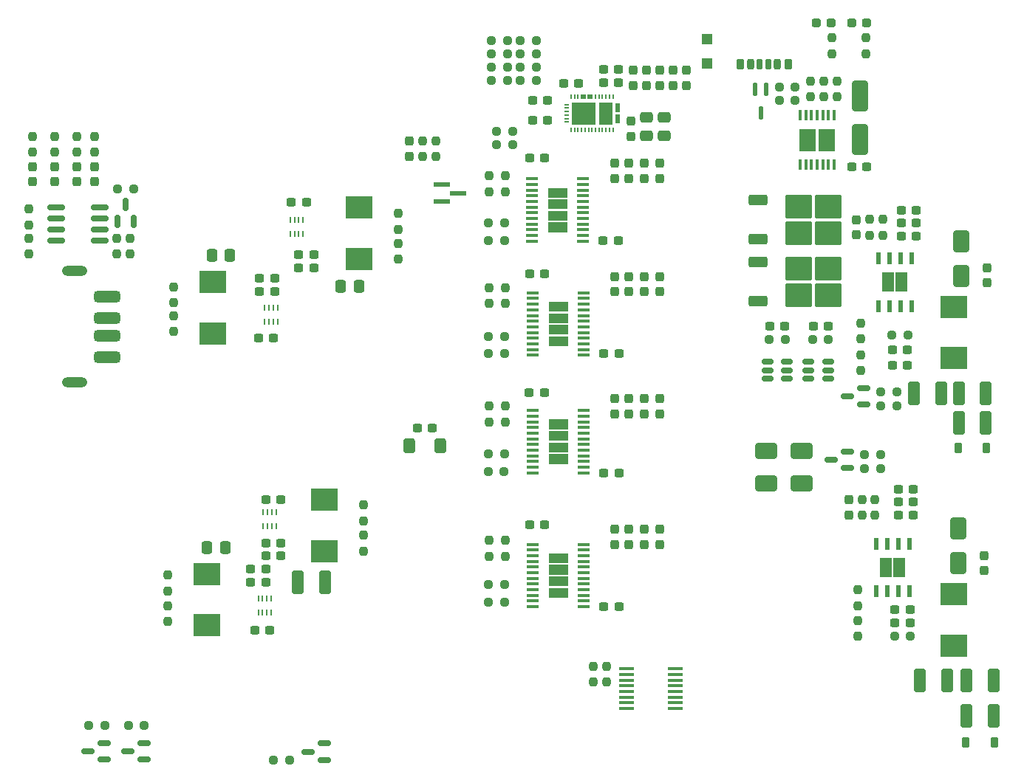
<source format=gtp>
G04 #@! TF.GenerationSoftware,KiCad,Pcbnew,8.0.5*
G04 #@! TF.CreationDate,2024-10-28T15:03:54+01:00*
G04 #@! TF.ProjectId,Aurelia-robotics-PCB,41757265-6c69-4612-9d72-6f626f746963,rev?*
G04 #@! TF.SameCoordinates,Original*
G04 #@! TF.FileFunction,Paste,Top*
G04 #@! TF.FilePolarity,Positive*
%FSLAX46Y46*%
G04 Gerber Fmt 4.6, Leading zero omitted, Abs format (unit mm)*
G04 Created by KiCad (PCBNEW 8.0.5) date 2024-10-28 15:03:54*
%MOMM*%
%LPD*%
G01*
G04 APERTURE LIST*
G04 Aperture macros list*
%AMRoundRect*
0 Rectangle with rounded corners*
0 $1 Rounding radius*
0 $2 $3 $4 $5 $6 $7 $8 $9 X,Y pos of 4 corners*
0 Add a 4 corners polygon primitive as box body*
4,1,4,$2,$3,$4,$5,$6,$7,$8,$9,$2,$3,0*
0 Add four circle primitives for the rounded corners*
1,1,$1+$1,$2,$3*
1,1,$1+$1,$4,$5*
1,1,$1+$1,$6,$7*
1,1,$1+$1,$8,$9*
0 Add four rect primitives between the rounded corners*
20,1,$1+$1,$2,$3,$4,$5,0*
20,1,$1+$1,$4,$5,$6,$7,0*
20,1,$1+$1,$6,$7,$8,$9,0*
20,1,$1+$1,$8,$9,$2,$3,0*%
%AMFreePoly0*
4,1,5,0.279400,-0.901601,-0.279400,-0.901601,-0.279400,0.101600,0.279400,0.101600,0.279400,-0.901601,0.279400,-0.901601,$1*%
%AMFreePoly1*
4,1,5,0.279400,-0.101600,-0.279400,-0.101600,-0.279400,0.901601,0.279400,0.901601,0.279400,-0.101600,0.279400,-0.101600,$1*%
%AMFreePoly2*
4,1,5,0.279400,-0.101600,-0.279400,-0.101600,-0.279400,0.501599,0.279400,0.501599,0.279400,-0.101600,0.279400,-0.101600,$1*%
G04 Aperture macros list end*
%ADD10C,0.000000*%
%ADD11RoundRect,0.237500X0.237500X-0.250000X0.237500X0.250000X-0.237500X0.250000X-0.237500X-0.250000X0*%
%ADD12RoundRect,0.225000X-0.225000X-0.375000X0.225000X-0.375000X0.225000X0.375000X-0.225000X0.375000X0*%
%ADD13R,0.228600X0.711200*%
%ADD14RoundRect,0.237500X-0.237500X0.250000X-0.237500X-0.250000X0.237500X-0.250000X0.237500X0.250000X0*%
%ADD15RoundRect,0.237500X0.250000X0.237500X-0.250000X0.237500X-0.250000X-0.237500X0.250000X-0.237500X0*%
%ADD16RoundRect,0.237500X0.300000X0.237500X-0.300000X0.237500X-0.300000X-0.237500X0.300000X-0.237500X0*%
%ADD17RoundRect,0.237500X-0.250000X-0.237500X0.250000X-0.237500X0.250000X0.237500X-0.250000X0.237500X0*%
%ADD18RoundRect,0.237500X-0.300000X-0.237500X0.300000X-0.237500X0.300000X0.237500X-0.300000X0.237500X0*%
%ADD19RoundRect,0.237500X0.237500X-0.300000X0.237500X0.300000X-0.237500X0.300000X-0.237500X-0.300000X0*%
%ADD20RoundRect,0.237500X0.237500X-0.287500X0.237500X0.287500X-0.237500X0.287500X-0.237500X-0.287500X0*%
%ADD21R,0.533400X1.460500*%
%ADD22RoundRect,0.250000X1.000000X0.650000X-1.000000X0.650000X-1.000000X-0.650000X1.000000X-0.650000X0*%
%ADD23RoundRect,0.250000X0.650000X-1.000000X0.650000X1.000000X-0.650000X1.000000X-0.650000X-1.000000X0*%
%ADD24RoundRect,0.237500X-0.237500X0.300000X-0.237500X-0.300000X0.237500X-0.300000X0.237500X0.300000X0*%
%ADD25RoundRect,0.150000X-0.512500X-0.150000X0.512500X-0.150000X0.512500X0.150000X-0.512500X0.150000X0*%
%ADD26RoundRect,0.150000X0.587500X0.150000X-0.587500X0.150000X-0.587500X-0.150000X0.587500X-0.150000X0*%
%ADD27RoundRect,0.175000X0.175000X0.425000X-0.175000X0.425000X-0.175000X-0.425000X0.175000X-0.425000X0*%
%ADD28RoundRect,0.200000X0.200000X0.400000X-0.200000X0.400000X-0.200000X-0.400000X0.200000X-0.400000X0*%
%ADD29RoundRect,0.225000X0.225000X0.375000X-0.225000X0.375000X-0.225000X-0.375000X0.225000X-0.375000X0*%
%ADD30RoundRect,0.250000X-0.400000X-0.600000X0.400000X-0.600000X0.400000X0.600000X-0.400000X0.600000X0*%
%ADD31RoundRect,0.150000X0.150000X-0.587500X0.150000X0.587500X-0.150000X0.587500X-0.150000X-0.587500X0*%
%ADD32RoundRect,0.250000X0.337500X0.475000X-0.337500X0.475000X-0.337500X-0.475000X0.337500X-0.475000X0*%
%ADD33RoundRect,0.250000X-0.412500X-1.100000X0.412500X-1.100000X0.412500X1.100000X-0.412500X1.100000X0*%
%ADD34R,1.676400X0.355600*%
%ADD35RoundRect,0.250000X0.475000X-0.337500X0.475000X0.337500X-0.475000X0.337500X-0.475000X-0.337500X0*%
%ADD36R,3.050000X2.550000*%
%ADD37RoundRect,0.237500X-0.287500X-0.237500X0.287500X-0.237500X0.287500X0.237500X-0.287500X0.237500X0*%
%ADD38RoundRect,0.250000X-0.850000X-0.350000X0.850000X-0.350000X0.850000X0.350000X-0.850000X0.350000X0*%
%ADD39RoundRect,0.250000X-1.275000X-1.125000X1.275000X-1.125000X1.275000X1.125000X-1.275000X1.125000X0*%
%ADD40RoundRect,0.237500X0.287500X0.237500X-0.287500X0.237500X-0.287500X-0.237500X0.287500X-0.237500X0*%
%ADD41R,1.873900X0.612132*%
%ADD42O,2.900000X1.200000*%
%ADD43RoundRect,0.325000X-1.175000X0.325000X-1.175000X-0.325000X1.175000X-0.325000X1.175000X0.325000X0*%
%ADD44RoundRect,0.250000X0.412500X1.100000X-0.412500X1.100000X-0.412500X-1.100000X0.412500X-1.100000X0*%
%ADD45RoundRect,0.150000X-0.825000X-0.150000X0.825000X-0.150000X0.825000X0.150000X-0.825000X0.150000X0*%
%ADD46R,1.200000X1.200000*%
%ADD47R,0.558800X0.203200*%
%ADD48R,0.203200X0.558800*%
%ADD49R,0.127000X0.127000*%
%ADD50FreePoly0,0.000000*%
%ADD51FreePoly1,0.000000*%
%ADD52FreePoly2,90.000000*%
%ADD53R,2.717800X2.641600*%
%ADD54R,1.524000X2.641600*%
%ADD55R,1.850000X2.650000*%
%ADD56R,0.450000X1.310000*%
%ADD57RoundRect,0.112500X0.112500X0.637500X-0.112500X0.637500X-0.112500X-0.637500X0.112500X-0.637500X0*%
%ADD58R,1.473200X0.355600*%
%ADD59RoundRect,0.250000X0.650000X-1.500000X0.650000X1.500000X-0.650000X1.500000X-0.650000X-1.500000X0*%
%ADD60RoundRect,0.250000X-0.337500X-0.475000X0.337500X-0.475000X0.337500X0.475000X-0.337500X0.475000X0*%
G04 APERTURE END LIST*
D10*
G36*
X172382500Y-58575850D02*
G01*
X171032500Y-58575850D01*
X171032500Y-56375850D01*
X172382500Y-56375850D01*
X172382500Y-58575850D01*
G37*
G36*
X173932500Y-58575850D02*
G01*
X172582500Y-58575850D01*
X172582500Y-56375850D01*
X173932500Y-56375850D01*
X173932500Y-58575850D01*
G37*
G36*
X172115000Y-91300000D02*
G01*
X170765000Y-91300000D01*
X170765000Y-89100000D01*
X172115000Y-89100000D01*
X172115000Y-91300000D01*
G37*
G36*
X173665000Y-91300000D02*
G01*
X172315000Y-91300000D01*
X172315000Y-89100000D01*
X173665000Y-89100000D01*
X173665000Y-91300000D01*
G37*
G36*
X135027500Y-89704198D02*
G01*
X132814500Y-89704198D01*
X132814500Y-88583398D01*
X135027500Y-88583398D01*
X135027500Y-89704198D01*
G37*
G36*
X135027500Y-91024998D02*
G01*
X132814500Y-91024998D01*
X132814500Y-89904198D01*
X135027500Y-89904198D01*
X135027500Y-91024998D01*
G37*
G36*
X135027500Y-92345798D02*
G01*
X132814500Y-92345798D01*
X132814500Y-91224998D01*
X135027500Y-91224998D01*
X135027500Y-92345798D01*
G37*
G36*
X135027500Y-93666598D02*
G01*
X132814500Y-93666598D01*
X132814500Y-92545798D01*
X135027500Y-92545798D01*
X135027500Y-93666598D01*
G37*
G36*
X135027500Y-60854202D02*
G01*
X132814500Y-60854202D01*
X132814500Y-59733402D01*
X135027500Y-59733402D01*
X135027500Y-60854202D01*
G37*
G36*
X135027500Y-62175002D02*
G01*
X132814500Y-62175002D01*
X132814500Y-61054202D01*
X135027500Y-61054202D01*
X135027500Y-62175002D01*
G37*
G36*
X135027500Y-63495802D02*
G01*
X132814500Y-63495802D01*
X132814500Y-62375002D01*
X135027500Y-62375002D01*
X135027500Y-63495802D01*
G37*
G36*
X135027500Y-64816602D02*
G01*
X132814500Y-64816602D01*
X132814500Y-63695802D01*
X135027500Y-63695802D01*
X135027500Y-64816602D01*
G37*
G36*
X134948500Y-47779200D02*
G01*
X132735500Y-47779200D01*
X132735500Y-46658400D01*
X134948500Y-46658400D01*
X134948500Y-47779200D01*
G37*
G36*
X134948500Y-49100000D02*
G01*
X132735500Y-49100000D01*
X132735500Y-47979200D01*
X134948500Y-47979200D01*
X134948500Y-49100000D01*
G37*
G36*
X134948500Y-50420800D02*
G01*
X132735500Y-50420800D01*
X132735500Y-49300000D01*
X134948500Y-49300000D01*
X134948500Y-50420800D01*
G37*
G36*
X134948500Y-51741600D02*
G01*
X132735500Y-51741600D01*
X132735500Y-50620800D01*
X134948500Y-50620800D01*
X134948500Y-51741600D01*
G37*
G36*
X135027500Y-74354199D02*
G01*
X132814500Y-74354199D01*
X132814500Y-73233399D01*
X135027500Y-73233399D01*
X135027500Y-74354199D01*
G37*
G36*
X135027500Y-75674999D02*
G01*
X132814500Y-75674999D01*
X132814500Y-74554199D01*
X135027500Y-74554199D01*
X135027500Y-75674999D01*
G37*
G36*
X135027500Y-76995799D02*
G01*
X132814500Y-76995799D01*
X132814500Y-75874999D01*
X135027500Y-75874999D01*
X135027500Y-76995799D01*
G37*
G36*
X135027500Y-78316599D02*
G01*
X132814500Y-78316599D01*
X132814500Y-77195799D01*
X135027500Y-77195799D01*
X135027500Y-78316599D01*
G37*
D11*
X165862000Y-36218500D03*
X165862000Y-34393500D03*
D12*
X180595000Y-110236000D03*
X183895000Y-110236000D03*
D13*
X101777800Y-60401200D03*
X101277674Y-60401200D03*
X100777548Y-60401200D03*
X100277422Y-60401200D03*
X100277422Y-62001400D03*
X100777548Y-62001400D03*
X101277674Y-62001400D03*
X101777800Y-62001400D03*
D14*
X83312000Y-52427500D03*
X83312000Y-54252500D03*
D11*
X169188000Y-31265500D03*
X169188000Y-29440500D03*
D15*
X127754500Y-52700000D03*
X125929500Y-52700000D03*
D16*
X132362500Y-43200000D03*
X130637500Y-43200000D03*
D17*
X126849500Y-41656000D03*
X128674500Y-41656000D03*
D18*
X172852500Y-82700000D03*
X174577500Y-82700000D03*
D14*
X126000000Y-71687500D03*
X126000000Y-73512500D03*
D18*
X103317626Y-48331000D03*
X105042626Y-48331000D03*
D19*
X168077500Y-52062500D03*
X168077500Y-50337500D03*
X143750000Y-58562500D03*
X143750000Y-56837500D03*
D17*
X172440000Y-98114000D03*
X174265000Y-98114000D03*
X126247500Y-32766000D03*
X128072500Y-32766000D03*
D20*
X78740000Y-45946000D03*
X78740000Y-44196000D03*
D21*
X174387500Y-54751700D03*
X173117500Y-54751700D03*
X171847500Y-54751700D03*
X170577500Y-54751700D03*
X170577500Y-60200000D03*
X171847500Y-60200000D03*
X173117500Y-60200000D03*
X174387500Y-60200000D03*
D18*
X167539500Y-44196000D03*
X169264500Y-44196000D03*
X172490000Y-95066000D03*
X174215000Y-95066000D03*
D13*
X100107622Y-85476200D03*
X100607748Y-85476200D03*
X101107874Y-85476200D03*
X101608000Y-85476200D03*
X101608000Y-83876000D03*
X101107874Y-83876000D03*
X100607748Y-83876000D03*
X100107622Y-83876000D03*
D22*
X161766000Y-80518000D03*
X157766000Y-80518000D03*
D15*
X127754500Y-65700000D03*
X125929500Y-65700000D03*
D23*
X179715000Y-89700000D03*
X179715000Y-85700000D03*
D14*
X139446000Y-101525000D03*
X139446000Y-103350000D03*
D11*
X137922000Y-103350000D03*
X137922000Y-101525000D03*
D19*
X145500000Y-45562500D03*
X145500000Y-43837500D03*
D14*
X126000000Y-58087503D03*
X126000000Y-59912503D03*
D24*
X140342000Y-85837500D03*
X140342000Y-87562500D03*
D19*
X142240000Y-40740500D03*
X142240000Y-39015500D03*
X142494000Y-34898500D03*
X142494000Y-33173500D03*
D25*
X162571000Y-66614000D03*
X162571000Y-67564000D03*
X162571000Y-68514000D03*
X164846000Y-68514000D03*
X164846000Y-67564000D03*
X164846000Y-66614000D03*
D14*
X119888000Y-41251500D03*
X119888000Y-43076500D03*
D11*
X127842000Y-47112500D03*
X127842000Y-45287500D03*
D25*
X157866500Y-66614000D03*
X157866500Y-67564000D03*
X157866500Y-68514000D03*
X160141500Y-68514000D03*
X160141500Y-67564000D03*
X160141500Y-66614000D03*
D26*
X86415000Y-112240000D03*
X86415000Y-110340000D03*
X84540000Y-111290000D03*
D19*
X145500000Y-58562500D03*
X145500000Y-56837500D03*
D16*
X100392174Y-90404600D03*
X98667174Y-90404600D03*
D15*
X127754500Y-63700000D03*
X125929500Y-63700000D03*
D27*
X158000000Y-32462500D03*
D28*
X155980000Y-32462500D03*
D29*
X154750000Y-32462500D03*
D27*
X157000000Y-32462500D03*
D28*
X159020000Y-32462500D03*
D29*
X160250000Y-32462500D03*
D18*
X100381900Y-82397600D03*
X102106900Y-82397600D03*
D14*
X78740000Y-40743500D03*
X78740000Y-42568500D03*
D30*
X116868000Y-76200000D03*
X120368000Y-76200000D03*
D31*
X83378000Y-50467500D03*
X85278000Y-50467500D03*
X84328000Y-48592500D03*
D32*
X95728700Y-87904600D03*
X93653700Y-87904600D03*
D11*
X168215000Y-98112500D03*
X168215000Y-96287500D03*
D14*
X115542626Y-49606000D03*
X115542626Y-51431000D03*
D32*
X96287500Y-54364000D03*
X94212500Y-54364000D03*
D14*
X76200000Y-40743500D03*
X76200000Y-42568500D03*
D33*
X104045500Y-91926000D03*
X107170500Y-91926000D03*
D14*
X73202800Y-52427500D03*
X73202800Y-54252500D03*
D19*
X143750000Y-87562500D03*
X143750000Y-85837500D03*
D18*
X172215000Y-65250000D03*
X173940000Y-65250000D03*
D34*
X141706600Y-101837001D03*
X141706600Y-102486999D03*
X141706600Y-103137001D03*
X141706600Y-103786999D03*
X141706600Y-104436998D03*
X141706600Y-105086999D03*
X141706600Y-105736998D03*
X141706600Y-106386999D03*
X147345400Y-106386999D03*
X147345400Y-105737001D03*
X147345400Y-105086999D03*
X147345400Y-104437001D03*
X147345400Y-103787002D03*
X147345400Y-103137001D03*
X147345400Y-102487002D03*
X147345400Y-101837001D03*
D15*
X127754500Y-92200000D03*
X125929500Y-92200000D03*
D16*
X101404463Y-57014200D03*
X99679463Y-57014200D03*
D35*
X146012000Y-40661500D03*
X146012000Y-38586500D03*
D16*
X100836900Y-97383600D03*
X99111900Y-97383600D03*
D18*
X172215000Y-67000000D03*
X173940000Y-67000000D03*
X163111000Y-62484000D03*
X164836000Y-62484000D03*
D36*
X94291774Y-63364000D03*
X94291774Y-57464000D03*
D15*
X127754500Y-50700000D03*
X125929500Y-50700000D03*
D23*
X180077500Y-56750000D03*
X180077500Y-52750000D03*
D33*
X180676500Y-107200000D03*
X183801500Y-107200000D03*
D15*
X81922500Y-108290000D03*
X80097500Y-108290000D03*
D17*
X129549500Y-29718000D03*
X131374500Y-29718000D03*
D19*
X145500000Y-72562500D03*
X145500000Y-70837500D03*
D13*
X103179748Y-51931200D03*
X103679874Y-51931200D03*
X104180000Y-51931200D03*
X104680126Y-51931200D03*
X104680126Y-50331000D03*
X104180000Y-50331000D03*
X103679874Y-50331000D03*
X103179748Y-50331000D03*
D16*
X101291774Y-63914000D03*
X99566774Y-63914000D03*
D19*
X148590000Y-34898500D03*
X148590000Y-33173500D03*
D37*
X163463000Y-27686000D03*
X165213000Y-27686000D03*
D20*
X80772000Y-45946000D03*
X80772000Y-44196000D03*
D38*
X156836000Y-48014500D03*
D39*
X161461000Y-48769500D03*
X161461000Y-51819500D03*
X164811000Y-48769500D03*
X164811000Y-51819500D03*
D38*
X156836000Y-52574500D03*
D40*
X169275600Y-27686000D03*
X167525600Y-27686000D03*
D14*
X111608000Y-86513500D03*
X111608000Y-88338500D03*
D11*
X84836000Y-54252500D03*
X84836000Y-52427500D03*
X165227000Y-31265500D03*
X165227000Y-29440500D03*
D14*
X170215000Y-82412500D03*
X170215000Y-84237500D03*
D11*
X169577500Y-52112500D03*
X169577500Y-50287500D03*
D14*
X115542626Y-53018500D03*
X115542626Y-54843500D03*
D13*
X101030052Y-93804400D03*
X100529926Y-93804400D03*
X100029800Y-93804400D03*
X99529674Y-93804400D03*
X99529674Y-95404600D03*
X100029800Y-95404600D03*
X100529926Y-95404600D03*
X101030052Y-95404600D03*
D17*
X129549500Y-34290000D03*
X131374500Y-34290000D03*
X126247500Y-31242000D03*
X128072500Y-31242000D03*
D19*
X116840000Y-43026500D03*
X116840000Y-41301500D03*
D18*
X139137500Y-65700000D03*
X140862500Y-65700000D03*
D14*
X164338000Y-34393500D03*
X164338000Y-36218500D03*
D24*
X142000000Y-56837500D03*
X142000000Y-58562500D03*
D12*
X179706000Y-76454000D03*
X183006000Y-76454000D03*
D11*
X118364000Y-43076500D03*
X118364000Y-41251500D03*
D33*
X180652500Y-103200000D03*
X183777500Y-103200000D03*
D15*
X127754500Y-77200000D03*
X125929500Y-77200000D03*
D14*
X126000000Y-87087500D03*
X126000000Y-88912500D03*
D18*
X139037500Y-52700000D03*
X140762500Y-52700000D03*
D41*
X120527445Y-46293999D03*
X120527445Y-48194001D03*
X122398155Y-47244000D03*
D42*
X78500000Y-56200000D03*
X78500000Y-69000000D03*
D43*
X82200000Y-59100000D03*
X82200000Y-61600000D03*
X82200000Y-63600000D03*
X82200000Y-66100000D03*
D17*
X170873000Y-71628000D03*
X172698000Y-71628000D03*
D24*
X140342000Y-70837500D03*
X140342000Y-72562500D03*
D17*
X172165000Y-63500000D03*
X173990000Y-63500000D03*
D15*
X161059500Y-35052000D03*
X159234500Y-35052000D03*
D19*
X145542000Y-34898500D03*
X145542000Y-33173500D03*
D18*
X173215000Y-49200000D03*
X174940000Y-49200000D03*
D11*
X168215000Y-94612500D03*
X168215000Y-92787500D03*
D19*
X147066000Y-34898500D03*
X147066000Y-33173500D03*
X182715000Y-90562500D03*
X182715000Y-88837500D03*
D18*
X172852500Y-81200000D03*
X174577500Y-81200000D03*
D35*
X144018000Y-40661500D03*
X144018000Y-38586500D03*
D19*
X143750000Y-72562500D03*
X143750000Y-70837500D03*
D17*
X126849500Y-40132000D03*
X128674500Y-40132000D03*
D19*
X183077500Y-57562500D03*
X183077500Y-55837500D03*
D17*
X126247500Y-29718000D03*
X128072500Y-29718000D03*
D14*
X171077500Y-50287500D03*
X171077500Y-52112500D03*
D11*
X89791774Y-63151500D03*
X89791774Y-61326500D03*
X89167174Y-92904600D03*
X89167174Y-91079600D03*
D36*
X93667174Y-96854600D03*
X93667174Y-90954600D03*
D44*
X177757000Y-70200000D03*
X174632000Y-70200000D03*
D45*
X76403200Y-48895000D03*
X76403200Y-50165000D03*
X76403200Y-51435000D03*
X76403200Y-52705000D03*
X81353200Y-52705000D03*
X81353200Y-51435000D03*
X81353200Y-50165000D03*
X81353200Y-48895000D03*
D16*
X101404463Y-58514200D03*
X99679463Y-58514200D03*
D33*
X179793500Y-70200000D03*
X182918500Y-70200000D03*
D36*
X111042626Y-48931000D03*
X111042626Y-54831000D03*
D18*
X130963500Y-36576000D03*
X132688500Y-36576000D03*
X173215000Y-52200000D03*
X174940000Y-52200000D03*
D46*
X151000000Y-32400000D03*
X151000000Y-29600000D03*
D17*
X83415500Y-46736000D03*
X85240500Y-46736000D03*
D22*
X161766000Y-76835000D03*
X157766000Y-76835000D03*
D20*
X76200000Y-45946000D03*
X76200000Y-44196000D03*
D36*
X179215000Y-93250000D03*
X179215000Y-99150000D03*
D47*
X134851001Y-37099999D03*
X134851001Y-37500001D03*
X134851001Y-37900000D03*
X134851001Y-38300000D03*
X134851001Y-38699999D03*
X134851001Y-39100001D03*
D48*
X135376001Y-40025000D03*
X135776000Y-40025000D03*
X136176002Y-40025000D03*
X136576001Y-40025000D03*
X136976000Y-40025000D03*
X137376002Y-40025000D03*
X137776001Y-40025000D03*
X138176000Y-40025000D03*
X138576002Y-40025000D03*
X138976001Y-40025000D03*
X139376000Y-40025000D03*
X139776000Y-40025000D03*
X140176001Y-40025000D03*
D49*
X140701001Y-39100001D03*
X140701001Y-38699999D03*
D50*
X140701001Y-38300000D03*
D51*
X140701001Y-37900000D03*
D49*
X140701001Y-37500001D03*
X140701001Y-37099999D03*
D48*
X140176001Y-36175000D03*
X139776002Y-36175000D03*
X139376000Y-36175000D03*
X138976001Y-36175000D03*
X138576002Y-36175000D03*
X138176000Y-36175000D03*
D52*
X137776001Y-36175000D03*
D48*
X137376002Y-36175000D03*
D52*
X136976000Y-36175000D03*
D49*
X136576001Y-36175000D03*
D48*
X136176002Y-36175000D03*
X135776002Y-36175000D03*
X135376001Y-36175000D03*
D53*
X136811001Y-38100000D03*
D54*
X139336069Y-38100000D03*
D14*
X162814000Y-34393500D03*
X162814000Y-36218500D03*
X80772000Y-40743500D03*
X80772000Y-42568500D03*
D16*
X136244500Y-34671000D03*
X134519500Y-34671000D03*
D11*
X127842000Y-59912503D03*
X127842000Y-58087503D03*
D19*
X145500000Y-87562500D03*
X145500000Y-85837500D03*
D14*
X111608000Y-83013500D03*
X111608000Y-84838500D03*
D15*
X127754500Y-94200000D03*
X125929500Y-94200000D03*
X127704500Y-79200000D03*
X125879500Y-79200000D03*
D18*
X104177626Y-55831000D03*
X105902626Y-55831000D03*
D24*
X142000000Y-70837500D03*
X142000000Y-72562500D03*
D17*
X129549500Y-32766000D03*
X131374500Y-32766000D03*
D18*
X139091500Y-34544000D03*
X140816500Y-34544000D03*
X139091500Y-33020000D03*
X140816500Y-33020000D03*
D16*
X132362500Y-85275002D03*
X130637500Y-85275002D03*
D19*
X167215000Y-84187500D03*
X167215000Y-82462500D03*
D38*
X156836000Y-55126500D03*
D39*
X161461000Y-55881500D03*
X161461000Y-58931500D03*
X164811000Y-55881500D03*
X164811000Y-58931500D03*
D38*
X156836000Y-59686500D03*
D17*
X163061000Y-64008000D03*
X164886000Y-64008000D03*
D18*
X158141500Y-62484000D03*
X159866500Y-62484000D03*
D21*
X174120000Y-87475850D03*
X172850000Y-87475850D03*
X171580000Y-87475850D03*
X170310000Y-87475850D03*
X170310000Y-92924150D03*
X171580000Y-92924150D03*
X172850000Y-92924150D03*
X174120000Y-92924150D03*
D17*
X159234500Y-36576000D03*
X161059500Y-36576000D03*
D11*
X168577500Y-67625000D03*
X168577500Y-65800000D03*
D15*
X103122100Y-112318800D03*
X101297100Y-112318800D03*
D16*
X100392174Y-91904600D03*
X98667174Y-91904600D03*
D18*
X104180126Y-54331000D03*
X105905126Y-54331000D03*
D11*
X127842000Y-88912500D03*
X127842000Y-87087500D03*
D14*
X126000000Y-45287500D03*
X126000000Y-47112500D03*
D18*
X173215000Y-50700000D03*
X174940000Y-50700000D03*
D15*
X172698000Y-70038000D03*
X170873000Y-70038000D03*
D55*
X164651000Y-41148000D03*
X162501000Y-41148000D03*
D56*
X165526000Y-38298000D03*
X164876000Y-38298000D03*
X164226000Y-38298000D03*
X163576000Y-38303000D03*
X162926000Y-38298000D03*
X162276000Y-38298000D03*
X161626000Y-38298000D03*
X161626000Y-43998000D03*
X162276000Y-43998000D03*
X162926000Y-43998000D03*
X163576000Y-43998000D03*
X164226000Y-43998000D03*
X164876000Y-43998000D03*
X165526000Y-43998000D03*
D11*
X127842000Y-73512500D03*
X127842000Y-71687500D03*
D15*
X170838500Y-77216000D03*
X169013500Y-77216000D03*
D17*
X158091500Y-64008000D03*
X159916500Y-64008000D03*
D18*
X172852500Y-84200000D03*
X174577500Y-84200000D03*
D57*
X157749000Y-35373000D03*
X156449000Y-35373000D03*
X157099000Y-38033000D03*
D11*
X89791774Y-59826500D03*
X89791774Y-58001500D03*
D26*
X167053500Y-78787601D03*
X167053500Y-76887601D03*
X165178500Y-77837601D03*
X81885000Y-112240000D03*
X81885000Y-110340000D03*
X80010000Y-111290000D03*
D18*
X100383000Y-88876000D03*
X102108000Y-88876000D03*
D11*
X168577500Y-63975000D03*
X168577500Y-62150000D03*
D58*
X131000000Y-87549999D03*
X131000000Y-88199998D03*
X131000000Y-88849996D03*
X131000000Y-89499997D03*
X131000000Y-90149996D03*
X131000000Y-90799997D03*
X131000000Y-91449996D03*
X131000000Y-92099997D03*
X131000000Y-92749996D03*
X131000000Y-93399997D03*
X131000000Y-94049996D03*
X131000000Y-94699997D03*
X136842000Y-94699997D03*
X136842000Y-94049998D03*
X136842000Y-93399997D03*
X136842000Y-92749999D03*
X136842000Y-92099997D03*
X136842000Y-91449999D03*
X136842000Y-90800000D03*
X136842000Y-90149999D03*
X136842000Y-89500000D03*
X136842000Y-88849999D03*
X136842000Y-88200000D03*
X136842000Y-87549999D03*
D17*
X126247500Y-34290000D03*
X128072500Y-34290000D03*
D19*
X144018000Y-34898500D03*
X144018000Y-33173500D03*
D16*
X132688500Y-38862000D03*
X130963500Y-38862000D03*
D20*
X73660000Y-45946000D03*
X73660000Y-44196000D03*
D18*
X100383000Y-87376000D03*
X102108000Y-87376000D03*
D44*
X178467500Y-103200000D03*
X175342500Y-103200000D03*
D36*
X107108000Y-82426000D03*
X107108000Y-88326000D03*
D24*
X142000000Y-43837500D03*
X142000000Y-45562500D03*
D26*
X107125000Y-112290000D03*
X107125000Y-110390000D03*
X105250000Y-111340000D03*
D14*
X73660000Y-40743500D03*
X73660000Y-42568500D03*
D16*
X132307500Y-70104000D03*
X130582500Y-70104000D03*
D11*
X168715000Y-84237500D03*
X168715000Y-82412500D03*
D15*
X86452500Y-108290000D03*
X84627500Y-108290000D03*
D59*
X168528000Y-41108000D03*
X168528000Y-36108000D03*
D18*
X139137500Y-94700000D03*
X140862500Y-94700000D03*
D24*
X140342000Y-43837500D03*
X140342000Y-45562500D03*
D33*
X179793500Y-73584000D03*
X182918500Y-73584000D03*
D18*
X117755500Y-74168000D03*
X119480500Y-74168000D03*
D60*
X108973800Y-57912000D03*
X111048800Y-57912000D03*
D58*
X131000000Y-58700003D03*
X131000000Y-59350002D03*
X131000000Y-60000000D03*
X131000000Y-60650001D03*
X131000000Y-61300000D03*
X131000000Y-61950001D03*
X131000000Y-62600000D03*
X131000000Y-63250001D03*
X131000000Y-63900000D03*
X131000000Y-64550001D03*
X131000000Y-65200000D03*
X131000000Y-65850001D03*
X136842000Y-65850001D03*
X136842000Y-65200002D03*
X136842000Y-64550001D03*
X136842000Y-63900003D03*
X136842000Y-63250001D03*
X136842000Y-62600003D03*
X136842000Y-61950004D03*
X136842000Y-61300003D03*
X136842000Y-60650004D03*
X136842000Y-60000003D03*
X136842000Y-59350004D03*
X136842000Y-58700003D03*
D19*
X143750000Y-45562500D03*
X143750000Y-43837500D03*
D58*
X130921000Y-45625001D03*
X130921000Y-46275000D03*
X130921000Y-46924998D03*
X130921000Y-47574999D03*
X130921000Y-48224998D03*
X130921000Y-48874999D03*
X130921000Y-49524998D03*
X130921000Y-50174999D03*
X130921000Y-50824998D03*
X130921000Y-51474999D03*
X130921000Y-52124998D03*
X130921000Y-52774999D03*
X136763000Y-52774999D03*
X136763000Y-52125000D03*
X136763000Y-51474999D03*
X136763000Y-50825001D03*
X136763000Y-50174999D03*
X136763000Y-49525001D03*
X136763000Y-48875002D03*
X136763000Y-48225001D03*
X136763000Y-47575002D03*
X136763000Y-46925001D03*
X136763000Y-46275002D03*
X136763000Y-45625001D03*
X131000000Y-72200000D03*
X131000000Y-72849999D03*
X131000000Y-73499997D03*
X131000000Y-74149998D03*
X131000000Y-74799997D03*
X131000000Y-75449998D03*
X131000000Y-76099997D03*
X131000000Y-76749998D03*
X131000000Y-77399997D03*
X131000000Y-78049998D03*
X131000000Y-78699997D03*
X131000000Y-79349998D03*
X136842000Y-79349998D03*
X136842000Y-78699999D03*
X136842000Y-78049998D03*
X136842000Y-77400000D03*
X136842000Y-76749998D03*
X136842000Y-76100000D03*
X136842000Y-75450001D03*
X136842000Y-74800000D03*
X136842000Y-74150001D03*
X136842000Y-73500000D03*
X136842000Y-72850001D03*
X136842000Y-72200000D03*
D11*
X89167174Y-96404600D03*
X89167174Y-94579600D03*
D24*
X140342000Y-56837500D03*
X140342000Y-58562500D03*
D16*
X132362500Y-56500000D03*
X130637500Y-56500000D03*
D26*
X168913000Y-71496000D03*
X168913000Y-69596000D03*
X167038000Y-70546000D03*
D36*
X179215000Y-60300000D03*
X179215000Y-66200000D03*
D16*
X174205000Y-96590000D03*
X172480000Y-96590000D03*
D24*
X142000000Y-85837500D03*
X142000000Y-87562500D03*
D17*
X169013500Y-78867000D03*
X170838500Y-78867000D03*
D14*
X73202800Y-49074700D03*
X73202800Y-50899700D03*
D18*
X139137500Y-79400000D03*
X140862500Y-79400000D03*
D17*
X129549500Y-31242000D03*
X131374500Y-31242000D03*
M02*

</source>
